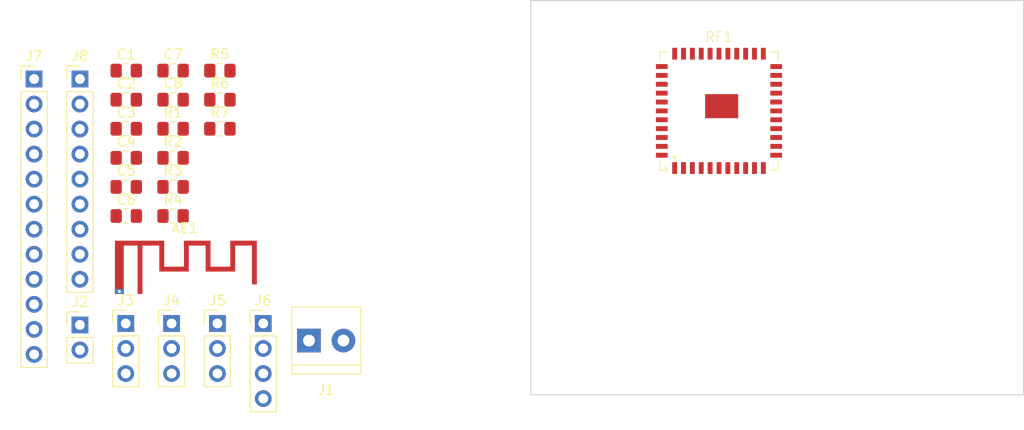
<source format=kicad_pcb>
(kicad_pcb (version 20241229) (generator "pcbnew") (generator_version "9.0")
  (layers (0 "F.Cu" signal) (2 "B.Cu" signal) (13 "F.Paste" user) (15 "B.Paste" user) (5 "F.SilkS" user "F.Silkscreen") (7 "B.SilkS" user "B.Silkscreen") (1 "F.Mask" user) (3 "B.Mask" user) (25 "Edge.Cuts" user))
  (net 0 "")
  (net 1 "GND")
  (net 2 "Net-(AE1-A)")
  (net 3 "VBAT")
  (net 4 "Net-(RF1-WL_BT_ANT)")
  (net 5 "Net-(J3-Pin_1)")
  (net 6 "WL_DIS")
  (net 7 "Net-(J4-Pin_1)")
  (net 8 "BT_DIS")
  (net 9 "SUSCLK_IN")
  (net 10 "MAIN_XTAL_IN")
  (net 11 "HOST_WAKE_BT")
  (net 12 "WL_HOST_WAKE")
  (net 13 "BT_WAKE_HOST")
  (net 14 "PCM_OUT")
  (net 15 "PCM_SYNC")
  (net 16 "UART_OUT")
  (net 17 "PCM_IN")
  (net 18 "UART_IN")
  (net 19 "PCM_CLK")
  (net 20 "UART_CTS")
  (net 21 "UART_RTS")
  (net 22 "SD_D2")
  (net 23 "SD_CMD")
  (net 24 "SD_D0")
  (net 25 "SD_D3")
  (net 26 "SD_CLK")
  (net 27 "SD_D1")
  (footprint "Capacitor_SMD:C_0805_2012Metric_Pad1.15x1.40mm_HandSolder" (layer "F.Cu") (at 108.965 86.865)
    (property "Reference" "C6" (at 0 -1.65 0) (layer "F.SilkS"))
    (property "Value" "0.1uF")
    (fp_line (start -0.261252 -0.71) (end 0.261252 -0.71) (stroke (width 0.12)) (layer "F.SilkS"))
    (fp_line (start -0.261252 0.71) (end 0.261252 0.71) (stroke (width 0.12)) (layer "F.SilkS"))
    (pad "1" smd roundrect (at -1.025 0) (size 1.15 1.4) (layers "F.Cu" "F.Mask" "F.Paste") (roundrect_rratio 0.217391) (net 3 "VBAT"))
    (pad "2" smd roundrect (at 1.025 0) (size 1.15 1.4) (layers "F.Cu" "F.Mask" "F.Paste") (roundrect_rratio 0.217391) (net 1 "GND"))
  )
  (footprint "Capacitor_SMD:C_0805_2012Metric_Pad1.15x1.40mm_HandSolder" (layer "F.Cu") (at 113.715 75.065)
    (property "Reference" "C8" (at 0 -1.65 0) (layer "F.SilkS"))
    (property "Value" "NP")
    (fp_line (start -0.261252 -0.71) (end 0.261252 -0.71) (stroke (width 0.12)) (layer "F.SilkS"))
    (fp_line (start -0.261252 0.71) (end 0.261252 0.71) (stroke (width 0.12)) (layer "F.SilkS"))
    (pad "1" smd roundrect (at -1.025 0) (size 1.15 1.4) (layers "F.Cu" "F.Mask" "F.Paste") (roundrect_rratio 0.217391) (net 2 "Net-(AE1-A)"))
    (pad "2" smd roundrect (at 1.025 0) (size 1.15 1.4) (layers "F.Cu" "F.Mask" "F.Paste") (roundrect_rratio 0.217391) (net 1 "GND"))
  )
  (footprint "Resistor_SMD:R_0805_2012Metric_Pad1.15x1.40mm_HandSolder" (layer "F.Cu") (at 118.465 78.015)
    (property "Reference" "R7" (at 0 -1.65 0) (layer "F.SilkS"))
    (property "Value" "30k")
    (fp_line (start -0.261252 -0.71) (end 0.261252 -0.71) (stroke (width 0.12)) (layer "F.SilkS"))
    (fp_line (start -0.261252 0.71) (end 0.261252 0.71) (stroke (width 0.12)) (layer "F.SilkS"))
    (pad "1" smd roundrect (at -1.025 0) (size 1.15 1.4) (layers "F.Cu" "F.Mask" "F.Paste") (roundrect_rratio 0.217391) (net 3 "VBAT"))
    (pad "2" smd roundrect (at 1.025 0) (size 1.15 1.4) (layers "F.Cu" "F.Mask" "F.Paste") (roundrect_rratio 0.217391) (net 7 "Net-(J4-Pin_1)"))
  )
  (footprint "RF_Antenna:Texas_SWRA117D_2.4GHz_Right" (layer "F.Cu") (at 110.365 94.515)
    (property "Reference" "AE1" (at 4.55 -6.41 0) (layer "F.SilkS"))
    (property "Value" "Antenna_Shield")
    (fp_poly (pts (xy 2.45 -2.51) (xy 4.45 -2.51) (xy 4.45 -5.15) (xy 7.15 -5.15) (xy 7.15 -2.51) (xy 9.15 -2.51) (xy 9.15 -5.15) (xy 11.85 -5.15) (xy 11.85 -0.71) (xy 11.35 -0.71) (xy 11.35 -4.65) (xy 9.65 -4.65) (xy 9.65 -2.01) (xy 6.65 -2.01) (xy 6.65 -4.65) (xy 4.95 -4.65) (xy 4.95 -2.01) (xy 1.95 -2.01) (xy 1.95 -4.65) (xy 0.25 -4.65) (xy 0.25 0.25) (xy -0.25 0.25) (xy -0.25 -4.65) (xy -1.65 -4.65) (xy -1.65 0.25) (xy -2.55 0.25) (xy -2.55 0.006785) (xy -2.247583 0.006785) (xy -2.237742 0.054395) (xy -2.213674 0.096797) (xy -2.175731 0.129581) (xy -2.167819 0.133935) (xy -2.125156 0.146043) (xy -2.076637 0.1453) (xy -2.031122 0.1324) (xy -2.012511 0.121787) (xy -1.978868 0.086553) (xy -1.958309 0.041368) (xy -1.951778 -0.008158) (xy -1.960218 -0.056417) (xy -1.977112 -0.088643) (xy -2.012372 -0.121313) (xy -2.057682 -0.141408) (xy -2.107267 -0.147982) (xy -2.155353 -0.140092) (xy -2.188245 -0.123186) (xy -2.223185 -0.086416) (xy -2.242847 -0.041622) (xy -2.247583 0.006785) (xy -2.55 0.006785) (xy -2.55 -5.15) (xy 2.45 -5.15) (xy 2.45 -2.51)) (fill yes) (layer "F.Cu"))
    (pad "1" connect rect (at 0 0) (size 0.5 0.5) (layers "F.Cu") (net 2 "Net-(AE1-A)"))
    (pad "2" thru_hole rect (at -2.1 0) (size 0.9 0.5) (drill 0.3) (layers "*.Cu") (net 1 "GND"))
  )
  (footprint "Resistor_SMD:R_0805_2012Metric_Pad1.15x1.40mm_HandSolder" (layer "F.Cu") (at 118.465 72.115)
    (property "Reference" "R5" (at 0 -1.65 0) (layer "F.SilkS"))
    (property "Value" "30k")
    (fp_line (start -0.261252 -0.71) (end 0.261252 -0.71) (stroke (width 0.12)) (layer "F.SilkS"))
    (fp_line (start -0.261252 0.71) (end 0.261252 0.71) (stroke (width 0.12)) (layer "F.SilkS"))
    (pad "1" smd roundrect (at -1.025 0) (size 1.15 1.4) (layers "F.Cu" "F.Mask" "F.Paste") (roundrect_rratio 0.217391) (net 3 "VBAT"))
    (pad "2" smd roundrect (at 1.025 0) (size 1.15 1.4) (layers "F.Cu" "F.Mask" "F.Paste") (roundrect_rratio 0.217391) (net 27 "SD_D1"))
  )
  (footprint "Capacitor_SMD:C_0805_2012Metric_Pad1.15x1.40mm_HandSolder" (layer "F.Cu") (at 108.965 83.915)
    (property "Reference" "C5" (at 0 -1.65 0) (layer "F.SilkS"))
    (property "Value" "4.7uF")
    (fp_line (start -0.261252 -0.71) (end 0.261252 -0.71) (stroke (width 0.12)) (layer "F.SilkS"))
    (fp_line (start -0.261252 0.71) (end 0.261252 0.71) (stroke (width 0.12)) (layer "F.SilkS"))
    (pad "1" smd roundrect (at -1.025 0) (size 1.15 1.4) (layers "F.Cu" "F.Mask" "F.Paste") (roundrect_rratio 0.217391) (net 3 "VBAT"))
    (pad "2" smd roundrect (at 1.025 0) (size 1.15 1.4) (layers "F.Cu" "F.Mask" "F.Paste") (roundrect_rratio 0.217391) (net 1 "GND"))
  )
  (footprint "Connector_PinHeader_2.54mm:PinHeader_1x03_P2.54mm_Vertical" (layer "F.Cu") (at 108.915 97.765)
    (property "Reference" "J3" (at 0 -2.33 0) (layer "F.SilkS"))
    (property "Value" "WL_ACT_CONN")
    (fp_line (start -1.33 -1.33) (end 0 -1.33) (stroke (width 0.12)) (layer "F.SilkS"))
    (fp_line (start -1.33 0) (end -1.33 -1.33) (stroke (width 0.12)) (layer "F.SilkS"))
    (fp_line (start -1.33 1.27) (end -1.33 6.41) (stroke (width 0.12)) (layer "F.SilkS"))
    (fp_line (start -1.33 1.27) (end 1.33 1.27) (stroke (width 0.12)) (layer "F.SilkS"))
    (fp_line (start -1.33 6.41) (end 1.33 6.41) (stroke (width 0.12)) (layer "F.SilkS"))
    (fp_line (start 1.33 1.27) (end 1.33 6.41) (stroke (width 0.12)) (layer "F.SilkS"))
    (pad "1" thru_hole rect (at 0 0) (size 1.7 1.7) (drill 1) (layers "*.Cu" "*.Mask") (net 5 "Net-(J3-Pin_1)"))
    (pad "2" thru_hole oval (at 0 2.54) (size 1.7 1.7) (drill 1) (layers "*.Cu" "*.Mask") (net 6 "WL_DIS"))
    (pad "3" thru_hole oval (at 0 5.08) (size 1.7 1.7) (drill 1) (layers "*.Cu" "*.Mask") (net 1 "GND"))
  )
  (footprint "GiraffeTech-FNlink:6223A-SRD" (layer "F.Cu") (at 169.1 76.2)
    (property "Reference" "RF1" (at 0 -7.5 0) (layer "F.SilkS") (effects (font (thickness 0.1))))
    (property "Value" "~")
    (fp_line (start -6 -6) (end -5.2 -6) (stroke (width 0.1)) (layer "F.SilkS"))
    (fp_line (start -6 -5.1) (end -6 -6) (stroke (width 0.1)) (layer "F.SilkS"))
    (fp_line (start -6 5.1) (end -6 6) (stroke (width 0.1)) (layer "F.SilkS"))
    (fp_line (start -5.2 6) (end -6 6) (stroke (width 0.1)) (layer "F.SilkS"))
    (fp_line (start -5.2 6) (end -5.5 5.7) (stroke (width 0.1)) (layer "F.SilkS"))
    (fp_line (start -5.2 6) (end -5.5 6.3) (stroke (width 0.1)) (layer "F.SilkS"))
    (fp_line (start 5.2 -6) (end 6 -6) (stroke (width 0.1)) (layer "F.SilkS"))
    (fp_line (start 5.2 6) (end 6 6) (stroke (width 0.1)) (layer "F.SilkS"))
    (fp_line (start 6 -6) (end 6 -5.1) (stroke (width 0.1)) (layer "F.SilkS"))
    (fp_line (start 6 5.1) (end 6 6) (stroke (width 0.1)) (layer "F.SilkS"))
    (fp_poly (pts (xy -4.5 4.9) (xy -4.7 4.6) (xy -4.3 4.6)) (stroke (width 0.1)) (fill yes) (layer "F.SilkS"))
    (pad "1" smd roundrect (at -4.5 5.8) (size 0.5 1.2) (layers "F.Cu" "F.Mask" "F.Paste") (roundrect_rratio 0.15))
    (pad "2" smd roundrect (at -3.6 5.8) (size 0.5 1.2) (layers "F.Cu" "F.Mask" "F.Paste") (roundrect_rratio 0.15) (net 4 "Net-(RF1-WL_BT_ANT)"))
    (pad "3" smd roundrect (at -2.7 5.8) (size 0.5 1.2) (layers "F.Cu" "F.Mask" "F.Paste") (roundrect_rratio 0.15))
    (pad "4" smd roundrect (at -1.8 5.8) (size 0.5 1.2) (layers "F.Cu" "F.Mask" "F.Paste") (roundrect_rratio 0.15))
    (pad "5" smd roundrect (at -0.9 5.8) (size 0.5 1.2) (layers "F.Cu" "F.Mask" "F.Paste") (roundrect_rratio 0.15))
    (pad "6" smd roundrect (at 0 5.8) (size 0.5 1.2) (layers "F.Cu" "F.Mask" "F.Paste") (roundrect_rratio 0.15) (net 11 "HOST_WAKE_BT"))
    (pad "7" smd roundrect (at 0.9 5.8) (size 0.5 1.2) (layers "F.Cu" "F.Mask" "F.Paste") (roundrect_rratio 0.15) (net 13 "BT_WAKE_HOST"))
    (pad "8" smd roundrect (at 1.8 5.8) (size 0.5 1.2) (layers "F.Cu" "F.Mask" "F.Paste") (roundrect_rratio 0.15))
    (pad "9" smd roundrect (at 2.7 5.8) (size 0.5 1.2) (layers "F.Cu" "F.Mask" "F.Paste") (roundrect_rratio 0.15) (net 3 "VBAT"))
    (pad "10" smd roundrect (at 3.6 5.8) (size 0.5 1.2) (layers "F.Cu" "F.Mask" "F.Paste") (roundrect_rratio 0.15))
    (pad "11" smd roundrect (at 4.5 5.8) (size 0.5 1.2) (layers "F.Cu" "F.Mask" "F.Paste") (roundrect_rratio 0.15))
    (pad "12" smd roundrect (at 5.8 4.5) (size 1.2 0.5) (layers "F.Cu" "F.Mask" "F.Paste") (roundrect_rratio 0.15) (net 6 "WL_DIS"))
    (pad "13" smd roundrect (at 5.8 3.6) (size 1.2 0.5) (layers "F.Cu" "F.Mask" "F.Paste") (roundrect_rratio 0.15) (net 12 "WL_HOST_WAKE"))
    (pad "14" smd roundrect (at 5.8 2.7) (size 1.2 0.5) (layers "F.Cu" "F.Mask" "F.Paste") (roundrect_rratio 0.15) (net 22 "SD_D2"))
    (pad "15" smd roundrect (at 5.8 1.8) (size 1.2 0.5) (layers "F.Cu" "F.Mask" "F.Paste") (roundrect_rratio 0.15) (net 25 "SD_D3"))
    (pad "16" smd roundrect (at 5.8 0.9) (size 1.2 0.5) (layers "F.Cu" "F.Mask" "F.Paste") (roundrect_rratio 0.15) (net 23 "SD_CMD"))
    (pad "17" smd roundrect (at 5.8 0) (size 1.2 0.5) (layers "F.Cu" "F.Mask" "F.Paste") (roundrect_rratio 0.15) (net 26 "SD_CLK"))
    (pad "18" smd roundrect (at 5.8 -0.9) (size 1.2 0.5) (layers "F.Cu" "F.Mask" "F.Paste") (roundrect_rratio 0.15) (net 24 "SD_D0"))
    (pad "19" smd roundrect (at 5.8 -1.8) (size 1.2 0.5) (layers "F.Cu" "F.Mask" "F.Paste") (roundrect_rratio 0.15) (net 27 "SD_D1"))
    (pad "20" smd roundrect (at 5.8 -2.7) (size 1.2 0.5) (layers "F.Cu" "F.Mask" "F.Paste") (roundrect_rratio 0.15))
    (pad "21" smd roundrect (at 5.8 -3.6) (size 1.2 0.5) (layers "F.Cu" "F.Mask" "F.Paste") (roundrect_rratio 0.15))
    (pad "22" smd roundrect (at 5.8 -4.5) (size 1.2 0.5) (layers "F.Cu" "F.Mask" "F.Paste") (roundrect_rratio 0.15) (net 3 "VBAT"))
    (pad "23" smd roundrect (at 4.5 -5.8) (size 0.5 1.2) (layers "F.Cu" "F.Mask" "F.Paste") (roundrect_rratio 0.15))
    (pad "24" smd roundrect (at 3.6 -5.8) (size 0.5 1.2) (layers "F.Cu" "F.Mask" "F.Paste") (roundrect_rratio 0.15) (net 9 "SUSCLK_IN"))
    (pad "25" smd roundrect (at 2.7 -5.8) (size 0.5 1.2) (layers "F.Cu" "F.Mask" "F.Paste") (roundrect_rratio 0.15) (net 14 "PCM_OUT"))
    (pad "26" smd roundrect (at 1.8 -5.8) (size 0.5 1.2) (layers "F.Cu" "F.Mask" "F.Paste") (roundrect_rratio 0.15) (net 19 "PCM_CLK"))
    (pad "27" smd roundrect (at 0.9 -5.8) (size 0.5 1.2) (layers "F.Cu" "F.Mask" "F.Paste") (roundrect_rratio 0.15) (net 17 "PCM_IN"))
    (pad "28" smd roundrect (at 0 -5.8) (size 0.5 1.2) (layers "F.Cu" "F.Mask" "F.Paste") (roundrect_rratio 0.15) (net 15 "PCM_SYNC"))
    (pad "29" smd roundrect (at -0.9 -5.8) (size 0.5 1.2) (layers "F.Cu" "F.Mask" "F.Paste") (roundrect_rratio 0.15))
    (pad "30" smd roundrect (at -1.8 -5.8) (size 0.5 1.2) (layers "F.Cu" "F.Mask" "F.Paste") (roundrect_rratio 0.15) (net 10 "MAIN_XTAL_IN"))
    (pad "31" smd roundrect (at -2.7 -5.8) (size 0.5 1.2) (layers "F.Cu" "F.Mask" "F.Paste") (roundrect_rratio 0.15))
    (pad "32" smd roundrect (at -3.6 -5.8) (size 0.5 1.2) (layers "F.Cu" "F.Mask" "F.Paste") (roundrect_rratio 0.15))
    (pad "33" smd roundrect (at -4.5 -5.8) (size 0.5 1.2) (layers "F.Cu" "F.Mask" "F.Paste") (roundrect_rratio 0.15))
    (pad "34" smd roundrect (at -5.8 -4.5) (size 1.2 0.5) (layers "F.Cu" "F.Mask" "F.Paste") (roundrect_rratio 0.15) (net 8 "BT_DIS"))
    (pad "35" smd roundrect (at -5.8 -3.6) (size 1.2 0.5) (layers "F.Cu" "F.Mask" "F.Paste") (roundrect_rratio 0.15))
    (pad "36" smd roundrect (at -5.8 -2.7) (size 1.2 0.5) (layers "F.Cu" "F.Mask" "F.Paste") (roundrect_rratio 0.15))
    (pad "37" smd roundrect (at -5.8 -1.8) (size 1.2 0.5) (layers "F.Cu" "F.Mask" "F.Paste") (roundrect_rratio 0.15))
    (pad "38" smd roundrect (at -5.8 -0.9) (size 1.2 0.5) (layers "F.Cu" "F.Mask" "F.Paste") (roundrect_rratio 0.15))
    (pad "39" smd roundrect (at -5.8 0) (size 1.2 0.5) (layers "F.Cu" "F.Mask" "F.Paste") (roundrect_rratio 0.15))
    (pad "40" smd roundrect (at -5.8 0.9) (size 1.2 0.5) (layers "F.Cu" "F.Mask" "F.Paste") (roundrect_rratio 0.15))
    (pad "41" smd roundrect (at -5.8 1.8) (size 1.2 0.5) (layers "F.Cu" "F.Mask" "F.Paste") (roundrect_rratio 0.15) (net 21 "UART_RTS"))
    (pad "42" smd roundrect (at -5.8 2.7) (size 1.2 0.5) (layers "F.Cu" "F.Mask" "F.Paste") (roundrect_rratio 0.15) (net 16 "UART_OUT"))
    (pad "43" smd roundrect (at -5.8 3.6) (size 1.2 0.5) (layers "F.Cu" "F.Mask" "F.Paste") (roundrect_rratio 0.15) (net 18 "UART_IN"))
    (pad "44" smd roundrect (at -5.8 4.5) (size 1.2 0.5) (layers "F.Cu" "F.Mask" "F.Paste") (roundrect_rratio 0.15) (net 20 "UART_CTS"))
    (pad "45" smd rect (at 0.27 -0.48) (size 3.36 2.44) (layers "F.Cu" "F.Mask" "F.Paste"))
  )
  (footprint "Connector_PinHeader_2.54mm:PinHeader_1x03_P2.54mm_Vertical" (layer "F.Cu") (at 113.565 97.765)
    (property "Reference" "J4" (at 0 -2.33 0) (layer "F.SilkS"))
    (property "Value" "BT_ACT_CONN")
    (fp_line (start -1.33 -1.33) (end 0 -1.33) (stroke (width 0.12)) (layer "F.SilkS"))
    (fp_line (start -1.33 0) (end -1.33 -1.33) (stroke (width 0.12)) (layer "F.SilkS"))
    (fp_line (start -1.33 1.27) (end -1.33 6.41) (stroke (width 0.12)) (layer "F.SilkS"))
    (fp_line (start -1.33 1.27) (end 1.33 1.27) (stroke (width 0.12)) (layer "F.SilkS"))
    (fp_line (start -1.33 6.41) (end 1.33 6.41) (stroke (width 0.12)) (layer "F.SilkS"))
    (fp_line (start 1.33 1.27) (end 1.33 6.41) (stroke (width 0.12)) (layer "F.SilkS"))
    (pad "1" thru_hole rect (at 0 0) (size 1.7 1.7) (drill 1) (layers "*.Cu" "*.Mask") (net 7 "Net-(J4-Pin_1)"))
    (pad "2" thru_hole oval (at 0 2.54) (size 1.7 1.7) (drill 1) (layers "*.Cu" "*.Mask") (net 8 "BT_DIS"))
    (pad "3" thru_hole oval (at 0 5.08) (size 1.7 1.7) (drill 1) (layers "*.Cu" "*.Mask") (net 1 "GND"))
  )
  (footprint "Resistor_SMD:R_0805_2012Metric_Pad1.15x1.40mm_HandSolder" (layer "F.Cu") (at 113.715 78.015)
    (property "Reference" "R1" (at 0 -1.65 0) (layer "F.SilkS"))
    (property "Value" "30k")
    (fp_line (start -0.261252 -0.71) (end 0.261252 -0.71) (stroke (width 0.12)) (layer "F.SilkS"))
    (fp_line (start -0.261252 0.71) (end 0.261252 0.71) (stroke (width 0.12)) (layer "F.SilkS"))
    (pad "1" smd roundrect (at -1.025 0) (size 1.15 1.4) (layers "F.Cu" "F.Mask" "F.Paste") (roundrect_rratio 0.217391) (net 3 "VBAT"))
    (pad "2" smd roundrect (at 1.025 0) (size 1.15 1.4) (layers "F.Cu" "F.Mask" "F.Paste") (roundrect_rratio 0.217391) (net 22 "SD_D2"))
  )
  (footprint "Capacitor_SMD:C_0805_2012Metric_Pad1.15x1.40mm_HandSolder" (layer "F.Cu") (at 113.715 72.115)
    (property "Reference" "C7" (at 0 -1.65 0) (layer "F.SilkS"))
    (property "Value" "10pF")
    (fp_line (start -0.261252 -0.71) (end 0.261252 -0.71) (stroke (width 0.12)) (layer "F.SilkS"))
    (fp_line (start -0.261252 0.71) (end 0.261252 0.71) (stroke (width 0.12)) (layer "F.SilkS"))
    (pad "1" smd roundrect (at -1.025 0) (size 1.15 1.4) (layers "F.Cu" "F.Mask" "F.Paste") (roundrect_rratio 0.217391) (net 4 "Net-(RF1-WL_BT_ANT)"))
    (pad "2" smd roundrect (at 1.025 0) (size 1.15 1.4) (layers "F.Cu" "F.Mask" "F.Paste") (roundrect_rratio 0.217391) (net 2 "Net-(AE1-A)"))
  )
  (footprint "Capacitor_SMD:C_0805_2012Metric_Pad1.15x1.40mm_HandSolder" (layer "F.Cu") (at 108.965 80.965)
    (property "Reference" "C4" (at 0 -1.65 0) (layer "F.SilkS"))
    (property "Value" "22uF")
    (fp_line (start -0.261252 -0.71) (end 0.261252 -0.71) (stroke (width 0.12)) (layer "F.SilkS"))
    (fp_line (start -0.261252 0.71) (end 0.261252 0.71) (stroke (width 0.12)) (layer "F.SilkS"))
    (pad "1" smd roundrect (at -1.025 0) (size 1.15 1.4) (layers "F.Cu" "F.Mask" "F.Paste") (roundrect_rratio 0.217391) (net 3 "VBAT"))
    (pad "2" smd roundrect (at 1.025 0) (size 1.15 1.4) (layers "F.Cu" "F.Mask" "F.Paste") (roundrect_rratio 0.217391) (net 1 "GND"))
  )
  (footprint "GiraffeTech_Terminal:TerminalBlock_Dinkle_ED350V_1x02_P3.50mm_Horizontal" (layer "F.Cu") (at 129.25 99.5)
    (property "Reference" "J1" (at 0 5 0) (layer "F.SilkS"))
    (property "Value" "PWR_TER")
    (fp_line (start -3.5 -3.4) (end 3.5 -3.4) (stroke (width 0.12)) (layer "F.SilkS"))
    (fp_line (start -3.5 2.5) (end 3.5 2.5) (stroke (width 0.12)) (layer "F.SilkS"))
    (fp_line (start -3.5 3.4) (end -3.5 -3.4) (stroke (width 0.12)) (layer "F.SilkS"))
    (fp_line (start 3.5 -3.4) (end 3.5 3.4) (stroke (width 0.12)) (layer "F.SilkS"))
    (fp_line (start 3.5 3.4) (end -3.5 3.4) (stroke (width 0.12)) (layer "F.SilkS"))
    (pad "1" thru_hole rect (at -1.75 0) (size 2.4 2.4) (drill 1.2) (layers "*.Cu" "*.Mask") (net 3 "VBAT"))
    (pad "2" thru_hole circle (at 1.75 0) (size 2.4 2.4) (drill 1.2) (layers "*.Cu" "*.Mask") (net 1 "GND"))
  )
  (footprint "Capacitor_SMD:C_0805_2012Metric_Pad1.15x1.40mm_HandSolder" (layer "F.Cu") (at 108.965 78.015)
    (property "Reference" "C3" (at 0 -1.65 0) (layer "F.SilkS"))
    (property "Value" "0.1uF")
    (fp_line (start -0.261252 -0.71) (end 0.261252 -0.71) (stroke (width 0.12)) (layer "F.SilkS"))
    (fp_line (start -0.261252 0.71) (end 0.261252 0.71) (stroke (width 0.12)) (layer "F.SilkS"))
    (pad "1" smd roundrect (at -1.025 0) (size 1.15 1.4) (layers "F.Cu" "F.Mask" "F.Paste") (roundrect_rratio 0.217391) (net 3 "VBAT"))
    (pad "2" smd roundrect (at 1.025 0) (size 1.15 1.4) (layers "F.Cu" "F.Mask" "F.Paste") (roundrect_rratio 0.217391) (net 1 "GND"))
  )
  (footprint "Connector_PinHeader_2.54mm:PinHeader_1x03_P2.54mm_Vertical" (layer "F.Cu") (at 118.215 97.765)
    (property "Reference" "J5" (at 0 -2.33 0) (layer "F.SilkS"))
    (property "Value" "CLK_CONN")
    (fp_line (start -1.33 -1.33) (end 0 -1.33) (stroke (width 0.12)) (layer "F.SilkS"))
    (fp_line (start -1.33 0) (end -1.33 -1.33) (stroke (width 0.12)) (layer "F.SilkS"))
    (fp_line (start -1.33 1.27) (end -1.33 6.41) (stroke (width 0.12)) (layer "F.SilkS"))
    (fp_line (start -1.33 1.27) (end 1.33 1.27) (stroke (width 0.12)) (layer "F.SilkS"))
    (fp_line (start -1.33 6.41) (end 1.33 6.41) (stroke (width 0.12)) (layer "F.SilkS"))
    (fp_line (start 1.33 1.27) (end 1.33 6.41) (stroke (width 0.12)) (layer "F.SilkS"))
    (pad "1" thru_hole rect (at 0 0) (size 1.7 1.7) (drill 1) (layers "*.Cu" "*.Mask") (net 9 "SUSCLK_IN"))
    (pad "2" thru_hole oval (at 0 2.54) (size 1.7 1.7) (drill 1) (layers "*.Cu" "*.Mask") (net 10 "MAIN_XTAL_IN"))
    (pad "3" thru_hole oval (at 0 5.08) (size 1.7 1.7) (drill 1) (layers "*.Cu" "*.Mask") (net 1 "GND"))
  )
  (footprint "Resistor_SMD:R_0805_2012Metric_Pad1.15x1.40mm_HandSolder" (layer "F.Cu") (at 113.715 83.915)
    (property "Reference" "R3" (at 0 -1.65 0) (layer "F.SilkS"))
    (property "Value" "30k")
    (fp_line (start -0.261252 -0.71) (end 0.261252 -0.71) (stroke (width 0.12)) (layer "F.SilkS"))
    (fp_line (start -0.261252 0.71) (end 0.261252 0.71) (stroke (width 0.12)) (layer "F.SilkS"))
    (pad "1" smd roundrect (at -1.025 0) (size 1.15 1.4) (layers "F.Cu" "F.Mask" "F.Paste") (roundrect_rratio 0.217391) (net 3 "VBAT"))
    (pad "2" smd roundrect (at 1.025 0) (size 1.15 1.4) (layers "F.Cu" "F.Mask" "F.Paste") (roundrect_rratio 0.217391) (net 23 "SD_CMD"))
  )
  (footprint "Connector_PinHeader_2.54mm:PinHeader_1x12_P2.54mm_Vertical" (layer "F.Cu") (at 99.615 72.965)
    (property "Reference" "J7" (at 0 -2.33 0) (layer "F.SilkS"))
    (property "Value" "BT_CONN")
    (fp_line (start -1.33 -1.33) (end 0 -1.33) (stroke (width 0.12)) (layer "F.SilkS"))
    (fp_line (start -1.33 0) (end -1.33 -1.33) (stroke (width 0.12)) (layer "F.SilkS"))
    (fp_line (start -1.33 1.27) (end -1.33 29.27) (stroke (width 0.12)) (layer "F.SilkS"))
    (fp_line (start -1.33 1.27) (end 1.33 1.27) (stroke (width 0.12)) (layer "F.SilkS"))
    (fp_line (start -1.33 29.27) (end 1.33 29.27) (stroke (width 0.12)) (layer "F.SilkS"))
    (fp_line (start 1.33 1.27) (end 1.33 29.27) (stroke (width 0.12)) (layer "F.SilkS"))
    (pad "1" thru_hole rect (at 0 0) (size 1.7 1.7) (drill 1) (layers "*.Cu" "*.Mask") (net 3 "VBAT"))
    (pad "2" thru_hole oval (at 0 2.54) (size 1.7 1.7) (drill 1) (layers "*.Cu" "*.Mask") (net 14 "PCM_OUT"))
    (pad "3" thru_hole oval (at 0 5.08) (size 1.7 1.7) (drill 1) (layers "*.Cu" "*.Mask") (net 19 "PCM_CLK"))
    (pad "4" thru_hole oval (at 0 7.62) (size 1.7 1.7) (drill 1) (layers "*.Cu" "*.Mask") (net 17 "PCM_IN"))
    (pad "5" thru_hole oval (at 0 10.16) (size 1.7 1.7) (drill 1) (layers "*.Cu" "*.Mask") (net 15 "PCM_SYNC"))
    (pad "6" thru_hole oval (at 0 12.7) (size 1.7 1.7) (drill 1) (layers "*.Cu" "*.Mask") (net 21 "UART_RTS"))
    (pad "7" thru_hole oval (at 0 15.24) (size 1.7 1.7) (drill 1) (layers "*.Cu" "*.Mask") (net 16 "UART_OUT"))
    (pad "8" thru_hole oval (at 0 17.78) (size 1.7 1.7) (drill 1) (layers "*.Cu" "*.Mask") (net 18 "UART_IN"))
    (pad "9" thru_hole oval (at 0 20.32) (size 1.7 1.7) (drill 1) (layers "*.Cu" "*.Mask") (net 20 "UART_CTS"))
    (pad "10" thru_hole oval (at 0 22.86) (size 1.7 1.7) (drill 1) (layers "*.Cu" "*.Mask") (net 11 "HOST_WAKE_BT"))
    (pad "11" thru_hole oval (at 0 25.4) (size 1.7 1.7) (drill 1) (layers "*.Cu" "*.Mask") (net 13 "BT_WAKE_HOST"))
    (pad "12" thru_hole oval (at 0 27.94) (size 1.7 1.7) (drill 1) (layers "*.Cu" "*.Mask") (net 1 "GND"))
  )
  (footprint "Connector_PinHeader_2.54mm:PinHeader_1x09_P2.54mm_Vertical" (layer "F.Cu") (at 104.265 72.965)
    (property "Reference" "J8" (at 0 -2.33 0) (layer "F.SilkS"))
    (property "Value" "WL_CONN")
    (fp_line (start -1.33 -1.33) (end 0 -1.33) (stroke (width 0.12)) (layer "F.SilkS"))
    (fp_line (start -1.33 0) (end -1.33 -1.33) (stroke (width 0.12)) (layer "F.SilkS"))
    (fp_line (start -1.33 1.27) (end -1.33 21.65) (stroke (width 0.12)) (layer "F.SilkS"))
    (fp_line (start -1.33 1.27) (end 1.33 1.27) (stroke (width 0.12)) (layer "F.SilkS"))
    (fp_line (start -1.33 21.65) (end 1.33 21.65) (stroke (width 0.12)) (layer "F.SilkS"))
    (fp_line (start 1.33 1.27) (end 1.33 21.65) (stroke (width 0.12)) (layer "F.SilkS"))
    (pad "1" thru_hole rect (at 0 0) (size 1.7 1.7) (drill 1) (layers "*.Cu" "*.Mask") (net 3 "VBAT"))
    (pad "2" thru_hole oval (at 0 2.54) (size 1.7 1.7) (drill 1) (layers "*.Cu" "*.Mask") (net 24 "SD_D0"))
    (pad "3" thru_hole oval (at 0 5.08) (size 1.7 1.7) (drill 1) (layers "*.Cu" "*.Mask") (net 27 "SD_D1"))
    (pad "4" thru_hole oval (at 0 7.62) (size 1.7 1.7) (drill 1) (layers "*.Cu" "*.Mask") (net 22 "SD_D2"))
    (pad "5" thru_hole oval (at 0 10.16) (size 1.7 1.7) (drill 1) (layers "*.Cu" "*.Mask") (net 25 "SD_D3"))
    (pad "6" thru_hole oval (at 0 12.7) (size 1.7 1.7) (drill 1) (layers "*.Cu" "*.Mask") (net 23 "SD_CMD"))
    (pad "7" thru_hole oval (at 0 15.24) (size 1.7 1.7) (drill 1) (layers "*.Cu" "*.Mask") (net 26 "SD_CLK"))
    (pad "8" thru_hole oval (at 0 17.78) (size 1.7 1.7) (drill 1) (layers "*.Cu" "*.Mask") (net 12 "WL_HOST_WAKE"))
    (pad "9" thru_hole oval (at 0 20.32) (size 1.7 1.7) (drill 1) (layers "*.Cu" "*.Mask") (net 1 "GND"))
  )
  (footprint "Connector_PinHeader_2.54mm:PinHeader_1x04_P2.54mm_Vertical" (layer "F.Cu") (at 122.865 97.765)
    (property "Reference" "J6" (at 0 -2.33 0) (layer "F.SilkS"))
    (property "Value" "INT_SIG_CONN")
    (fp_line (start -1.33 -1.33) (end 0 -1.33) (stroke (width 0.12)) (layer "F.SilkS"))
    (fp_line (start -1.33 0) (end -1.33 -1.33) (stroke (width 0.12)) (layer "F.SilkS"))
    (fp_line (start -1.33 1.27) (end -1.33 8.95) (stroke (width 0.12)) (layer "F.SilkS"))
    (fp_line (start -1.33 1.27) (end 1.33 1.27) (stroke (width 0.12)) (layer "F.SilkS"))
    (fp_line (start -1.33 8.95) (end 1.33 8.95) (stroke (width 0.12)) (layer "F.SilkS"))
    (fp_line (start 1.33 1.27) (end 1.33 8.95) (stroke (width 0.12)) (layer "F.SilkS"))
    (pad "1" thru_hole rect (at 0 0) (size 1.7 1.7) (drill 1) (layers "*.Cu" "*.Mask") (net 11 "HOST_WAKE_BT"))
    (pad "2" thru_hole oval (at 0 2.54) (size 1.7 1.7) (drill 1) (layers "*.Cu" "*.Mask") (net 13 "BT_WAKE_HOST"))
    (pad "3" thru_hole oval (at 0 5.08) (size 1.7 1.7) (drill 1) (layers "*.Cu" "*.Mask") (net 12 "WL_HOST_WAKE"))
    (pad "4" thru_hole oval (at 0 7.62) (size 1.7 1.7) (drill 1) (layers "*.Cu" "*.Mask") (net 1 "GND"))
  )
  (footprint "Resistor_SMD:R_0805_2012Metric_Pad1.15x1.40mm_HandSolder" (layer "F.Cu") (at 118.465 75.065)
    (property "Reference" "R6" (at 0 -1.65 0) (layer "F.SilkS"))
    (property "Value" "30k")
    (fp_line (start -0.261252 -0.71) (end 0.261252 -0.71) (stroke (width 0.12)) (layer "F.SilkS"))
    (fp_line (start -0.261252 0.71) (end 0.261252 0.71) (stroke (width 0.12)) (layer "F.SilkS"))
    (pad "1" smd roundrect (at -1.025 0) (size 1.15 1.4) (layers "F.Cu" "F.Mask" "F.Paste") (roundrect_rratio 0.217391) (net 3 "VBAT"))
    (pad "2" smd roundrect (at 1.025 0) (size 1.15 1.4) (layers "F.Cu" "F.Mask" "F.Paste") (roundrect_rratio 0.217391) (net 5 "Net-(J3-Pin_1)"))
  )
  (footprint "Capacitor_SMD:C_0805_2012Metric_Pad1.15x1.40mm_HandSolder" (layer "F.Cu") (at 108.965 75.065)
    (property "Reference" "C2" (at 0 -1.65 0) (layer "F.SilkS"))
    (property "Value" "4.7uF")
    (fp_line (start -0.261252 -0.71) (end 0.261252 -0.71) (stroke (width 0.12)) (layer "F.SilkS"))
    (fp_line (start -0.261252 0.71) (end 0.261252 0.71) (stroke (width 0.12)) (layer "F.SilkS"))
    (pad "1" smd roundrect (at -1.025 0) (size 1.15 1.4) (layers "F.Cu" "F.Mask" "F.Paste") (roundrect_rratio 0.217391) (net 3 "VBAT"))
    (pad "2" smd roundrect (at 1.025 0) (size 1.15 1.4) (layers "F.Cu" "F.Mask" "F.Paste") (roundrect_rratio 0.217391) (net 1 "GND"))
  )
  (footprint "Resistor_SMD:R_0805_2012Metric_Pad1.15x1.40mm_HandSolder" (layer "F.Cu") (at 113.715 80.965)
    (property "Reference" "R2" (at 0 -1.65 0) (layer "F.SilkS"))
    (property "Value" "30k")
    (fp_line (start -0.261252 -0.71) (end 0.261252 -0.71) (stroke (width 0.12)) (layer "F.SilkS"))
    (fp_line (start -0.261252 0.71) (end 0.261252 0.71) (stroke (width 0.12)) (layer "F.SilkS"))
    (pad "1" smd roundrect (at -1.025 0) (size 1.15 1.4) (layers "F.Cu" "F.Mask" "F.Paste") (roundrect_rratio 0.217391) (net 3 "VBAT"))
    (pad "2" smd roundrect (at 1.025 0) (size 1.15 1.4) (layers "F.Cu" "F.Mask" "F.Paste") (roundrect_rratio 0.217391) (net 25 "SD_D3"))
  )
  (footprint "Resistor_SMD:R_0805_2012Metric_Pad1.15x1.40mm_HandSolder" (layer "F.Cu") (at 113.715 86.865)
    (property "Reference" "R4" (at 0 -1.65 0) (layer "F.SilkS"))
    (property "Value" "30k")
    (fp_line (start -0.261252 -0.71) (end 0.261252 -0.71) (stroke (width 0.12)) (layer "F.SilkS"))
    (fp_line (start -0.261252 0.71) (end 0.261252 0.71) (stroke (width 0.12)) (layer "F.SilkS"))
    (pad "1" smd roundrect (at -1.025 0) (size 1.15 1.4) (layers "F.Cu" "F.Mask" "F.Paste") (roundrect_rratio 0.217391) (net 3 "VBAT"))
    (pad "2" smd roundrect (at 1.025 0) (size 1.15 1.4) (layers "F.Cu" "F.Mask" "F.Paste") (roundrect_rratio 0.217391) (net 24 "SD_D0"))
  )
  (footprint "Connector_PinHeader_2.54mm:PinHeader_1x02_P2.54mm_Vertical" (layer "F.Cu") (at 104.265 97.915)
    (property "Reference" "J2" (at 0 -2.33 0) (layer "F.SilkS"))
    (property "Value" "PWR_CONN")
    (fp_line (start -1.33 -1.33) (end 0 -1.33) (stroke (width 0.12)) (layer "F.SilkS"))
    (fp_line (start -1.33 0) (end -1.33 -1.33) (stroke (width 0.12)) (layer "F.SilkS"))
    (fp_line (start -1.33 1.27) (end -1.33 3.87) (stroke (width 0.12)) (layer "F.SilkS"))
    (fp_line (start -1.33 1.27) (end 1.33 1.27) (stroke (width 0.12)) (layer "F.SilkS"))
    (fp_line (start -1.33 3.87) (end 1.33 3.87) (stroke (width 0.12)) (layer "F.SilkS"))
    (fp_line (start 1.33 1.27) (end 1.33 3.87) (stroke (width 0.12)) (layer "F.SilkS"))
    (pad "1" thru_hole rect (at 0 0) (size 1.7 1.7) (drill 1) (layers "*.Cu" "*.Mask") (net 3 "VBAT"))
    (pad "2" thru_hole oval (at 0 2.54) (size 1.7 1.7) (drill 1) (layers "*.Cu" "*.Mask") (net 1 "GND"))
  )
  (footprint "Capacitor_SMD:C_0805_2012Metric_Pad1.15x1.40mm_HandSolder" (layer "F.Cu") (at 108.965 72.115)
    (property "Reference" "C1" (at 0 -1.65 0) (layer "F.SilkS"))
    (property "Value" "22uF")
    (fp_line (start -0.261252 -0.71) (end 0.261252 -0.71) (stroke (width 0.12)) (layer "F.SilkS"))
    (fp_line (start -0.261252 0.71) (end 0.261252 0.71) (stroke (width 0.12)) (layer "F.SilkS"))
    (pad "1" smd roundrect (at -1.025 0) (size 1.15 1.4) (layers "F.Cu" "F.Mask" "F.Paste") (roundrect_rratio 0.217391) (net 3 "VBAT"))
    (pad "2" smd roundrect (at 1.025 0) (size 1.15 1.4) (layers "F.Cu" "F.Mask" "F.Paste") (roundrect_rratio 0.217391) (net 1 "GND"))
  )
  (gr_rect (start 150 65) (end 200 105) (stroke (width 0.1)) (fill no) (layer "Edge.Cuts"))
)
</source>
